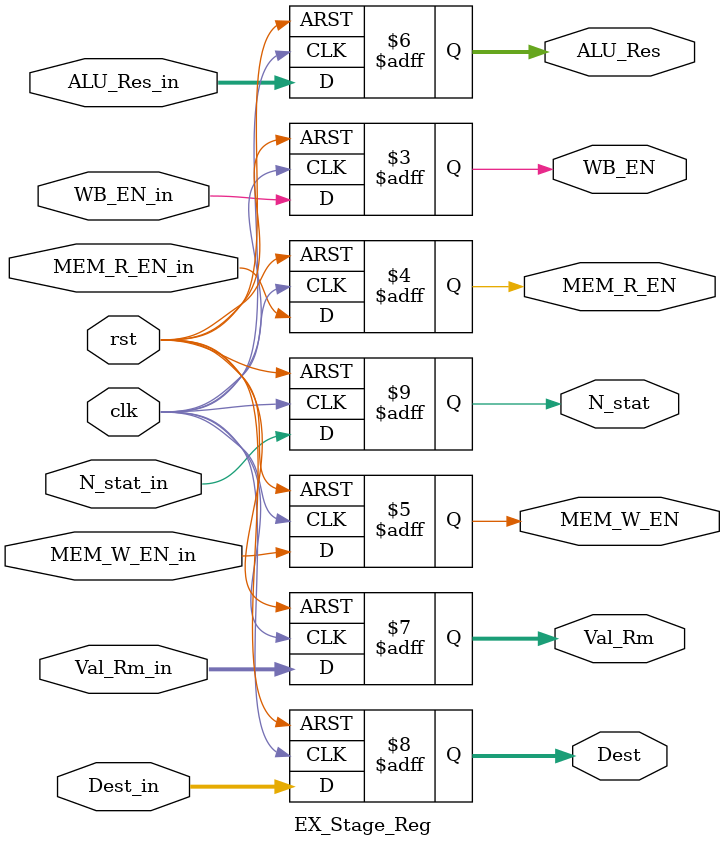
<source format=v>
module EX_Stage_Reg #(
    parameter DATA_LEN = 32,
    parameter ADDRESS_LEN = 32,
    parameter ADDRESS_LEN_REG_FILE = 4
) (
    input  wire                                   clk, rst,
    input  wire                                   WB_EN_in, MEM_R_EN_in, MEM_W_EN_in,
    input  wire  [DATA_LEN - 1 : 0]               ALU_Res_in,
    input  wire  [DATA_LEN - 1 : 0]               Val_Rm_in,
    input  wire  [ADDRESS_LEN_REG_FILE - 1 : 0]   Dest_in,
    output reg                                    WB_EN, MEM_R_EN, MEM_W_EN,
    output reg   [DATA_LEN - 1 : 0]               ALU_Res, Val_Rm,
    output reg   [ADDRESS_LEN_REG_FILE - 1 : 0]   Dest,
    input wire                                    N_stat_in,
    output reg                                    N_stat

);

    always @(posedge clk or negedge rst) begin
        if(~rst) begin
            WB_EN <= 1'b0;
            ALU_Res <= 32'b0;
            Dest <= 4'b0;
            MEM_R_EN <= 1'b0;
            MEM_W_EN <= 1'b0;
            Val_Rm <= 32'b0;
            N_stat <= 0;
        end
        else begin
            WB_EN <= WB_EN_in;
            ALU_Res <= ALU_Res_in;
            Dest <= Dest_in;
            MEM_R_EN <= MEM_R_EN_in;
            MEM_W_EN <= MEM_W_EN_in;
            Val_Rm <= Val_Rm_in;
            N_stat <= N_stat_in;
        end   
    end
    
endmodule
</source>
